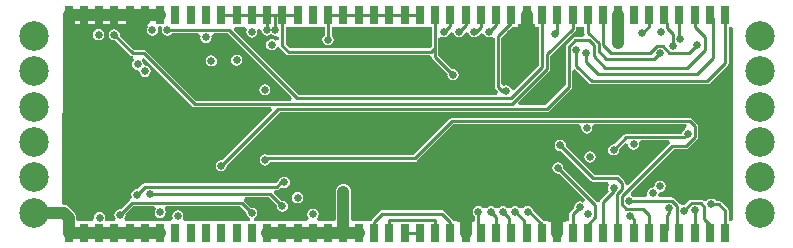
<source format=gbl>
G04*
G04 #@! TF.GenerationSoftware,Altium Limited,Altium Designer,20.0.2 (26)*
G04*
G04 Layer_Physical_Order=4*
G04 Layer_Color=16711680*
%FSLAX25Y25*%
%MOIN*%
G70*
G01*
G75*
%ADD10C,0.03937*%
%ADD12C,0.01000*%
%ADD15R,0.03150X0.06299*%
%ADD16C,0.09843*%
%ADD17C,0.02500*%
G36*
X193072Y72439D02*
X193072Y72439D01*
X193157Y72010D01*
X193188Y71964D01*
X192759Y70964D01*
X190033D01*
X190033Y70964D01*
X189603Y70879D01*
X189240Y70636D01*
X189240Y70636D01*
X187120Y68516D01*
X186877Y68152D01*
X186792Y67723D01*
X186792Y67723D01*
Y54938D01*
X180024Y48170D01*
X171165D01*
X170782Y49093D01*
X181314Y59625D01*
X181315Y59625D01*
X181558Y59989D01*
X181643Y60418D01*
X181643Y60418D01*
Y64702D01*
X189896Y72955D01*
X189896Y72955D01*
X190139Y73319D01*
X190224Y73748D01*
Y74479D01*
X191278D01*
Y74479D01*
X192019D01*
Y74479D01*
X193072D01*
Y72439D01*
D02*
G37*
G36*
X142165Y67811D02*
X141524Y67170D01*
X94953D01*
X93502Y68620D01*
Y74479D01*
X94555D01*
Y74479D01*
X95296D01*
Y74479D01*
X99646D01*
Y74479D01*
X100387D01*
Y74479D01*
X104737D01*
Y74479D01*
X105478D01*
Y74479D01*
X106531D01*
Y71624D01*
X106319Y71482D01*
X105910Y70870D01*
X105766Y70148D01*
X105910Y69426D01*
X106319Y68814D01*
X106931Y68405D01*
X107652Y68262D01*
X108374Y68405D01*
X108986Y68814D01*
X109395Y69426D01*
X109539Y70148D01*
X109395Y70870D01*
X108986Y71482D01*
X108774Y71624D01*
Y74479D01*
X109827D01*
Y74479D01*
X110568D01*
Y74479D01*
X114918D01*
Y74479D01*
X115659D01*
Y74479D01*
X120009D01*
Y74479D01*
X120750D01*
Y74479D01*
X125099D01*
Y74479D01*
X125840D01*
Y74479D01*
X130190D01*
Y74479D01*
X130931D01*
Y74479D01*
X135280D01*
Y74479D01*
X136022D01*
Y74479D01*
X140371D01*
Y74479D01*
X141112D01*
Y74479D01*
X142165D01*
Y67811D01*
D02*
G37*
G36*
X176747Y74479D02*
X177800D01*
Y61546D01*
X169621Y53367D01*
X168536Y53696D01*
X168531Y53720D01*
X168122Y54332D01*
X167510Y54741D01*
X166788Y54884D01*
X166363Y54800D01*
X165586Y55300D01*
X165410Y55505D01*
Y70832D01*
X169057Y74479D01*
X170915D01*
Y75177D01*
X176747D01*
Y74479D01*
D02*
G37*
G36*
X79283Y74479D02*
X80024D01*
X80529Y73479D01*
X80457Y73370D01*
X80313Y72648D01*
X80457Y71926D01*
X80865Y71314D01*
X81477Y70905D01*
X82199Y70762D01*
X82921Y70905D01*
X83533Y71314D01*
X83942Y71926D01*
X84085Y72648D01*
X83982Y73170D01*
X84443Y73860D01*
X84654Y74066D01*
X84708Y74061D01*
X85404Y73348D01*
X85547Y72626D01*
X85956Y72014D01*
X86568Y71605D01*
X87290Y71462D01*
X88012Y71605D01*
X88589Y71991D01*
X89166Y71605D01*
X89888Y71462D01*
X90259Y71536D01*
X91100Y71024D01*
X91226Y70875D01*
X91110Y70096D01*
X90334Y69838D01*
X90152Y69790D01*
X89552Y70191D01*
X88831Y70334D01*
X88109Y70191D01*
X87497Y69782D01*
X87088Y69170D01*
X86944Y68448D01*
X87088Y67726D01*
X87497Y67114D01*
X88109Y66705D01*
X88831Y66562D01*
X89552Y66705D01*
X90164Y67114D01*
X90403Y67472D01*
X90615Y67529D01*
X91302Y67529D01*
X91514Y67472D01*
X91588Y67363D01*
X93695Y65255D01*
X93695Y65255D01*
X94059Y65012D01*
X94488Y64926D01*
X94488Y64926D01*
X141374D01*
X142118Y64477D01*
X142251Y64019D01*
X142494Y63655D01*
X147452Y58697D01*
X147402Y58447D01*
X147546Y57725D01*
X147954Y57113D01*
X148566Y56704D01*
X149288Y56561D01*
X150010Y56704D01*
X150622Y57113D01*
X151031Y57725D01*
X151174Y58447D01*
X151031Y59169D01*
X150622Y59781D01*
X150010Y60189D01*
X149288Y60333D01*
X149038Y60283D01*
X144409Y64913D01*
Y67347D01*
X144409Y67347D01*
X144409Y67347D01*
Y70644D01*
X145408Y71144D01*
X145617Y71005D01*
X146339Y70862D01*
X147060Y71005D01*
X147672Y71414D01*
X148081Y72026D01*
X148170Y72474D01*
X148513Y72712D01*
X149431Y72347D01*
X149574Y72186D01*
X149606Y72026D01*
X150014Y71414D01*
X150626Y71005D01*
X151348Y70862D01*
X152070Y71005D01*
X152682Y71414D01*
X153091Y72026D01*
X153180Y72474D01*
X153523Y72712D01*
X154441Y72347D01*
X154584Y72186D01*
X154615Y72026D01*
X155024Y71414D01*
X155636Y71005D01*
X156358Y70862D01*
X157080Y71005D01*
X157692Y71414D01*
X158101Y72026D01*
X158601Y72293D01*
X159625Y72026D01*
X160034Y71414D01*
X160646Y71005D01*
X161368Y70862D01*
X162089Y71005D01*
X162167Y71057D01*
X163167Y70522D01*
Y54448D01*
X163167Y54448D01*
X163252Y54019D01*
X163495Y53655D01*
X164381Y52770D01*
X163966Y51770D01*
X97853D01*
X76143Y73479D01*
X76558Y74479D01*
X79283D01*
Y74479D01*
D02*
G37*
G36*
X47484Y74177D02*
X47346Y73970D01*
X47202Y73248D01*
X47346Y72526D01*
X47754Y71914D01*
X48366Y71505D01*
X49088Y71362D01*
X49810Y71505D01*
X50422Y71914D01*
X50831Y72526D01*
X50974Y73248D01*
X50857Y73836D01*
X51247Y74514D01*
X51451Y74781D01*
X51661Y74783D01*
X51819Y74617D01*
X52306Y73874D01*
X52202Y73348D01*
X52346Y72626D01*
X52754Y72014D01*
X53366Y71605D01*
X54088Y71462D01*
X54810Y71605D01*
X55422Y72014D01*
X55564Y72227D01*
X64400D01*
X64581Y72082D01*
X65110Y71227D01*
X65041Y70879D01*
X65185Y70157D01*
X65594Y69545D01*
X66206Y69136D01*
X66927Y68993D01*
X67649Y69136D01*
X68261Y69545D01*
X68670Y70157D01*
X68814Y70879D01*
X68744Y71227D01*
X69274Y72082D01*
X69455Y72227D01*
X74224D01*
X95656Y50794D01*
X95242Y49794D01*
X63646D01*
X46992Y66448D01*
X46628Y66692D01*
X46199Y66777D01*
X46198Y66777D01*
X42941D01*
X38220Y71498D01*
X38270Y71748D01*
X38126Y72470D01*
X37717Y73082D01*
X37105Y73491D01*
X36384Y73634D01*
X35662Y73491D01*
X35050Y73082D01*
X34641Y72470D01*
X34497Y71748D01*
X34641Y71026D01*
X35050Y70414D01*
X35662Y70005D01*
X36384Y69862D01*
X36634Y69912D01*
X41683Y64862D01*
X41683Y64862D01*
X42047Y64619D01*
X42476Y64534D01*
X42730Y64353D01*
X42840Y63223D01*
X42431Y62612D01*
X42287Y61890D01*
X42431Y61168D01*
X42840Y60556D01*
X43451Y60147D01*
X44173Y60004D01*
X44772Y59103D01*
X44822Y58850D01*
X45231Y58238D01*
X45843Y57829D01*
X46565Y57685D01*
X47287Y57829D01*
X47899Y58238D01*
X48307Y58850D01*
X48451Y59571D01*
X48307Y60293D01*
X47899Y60905D01*
X47287Y61314D01*
X46565Y61458D01*
X45966Y62358D01*
X45916Y62612D01*
X45671Y62978D01*
X45780Y63949D01*
X45933Y64141D01*
X46130Y64138D01*
X62388Y47879D01*
X62388Y47879D01*
X62752Y47636D01*
X63182Y47551D01*
X63182Y47551D01*
X88598D01*
X88981Y46627D01*
X72268Y29914D01*
X72018Y29964D01*
X71296Y29820D01*
X70684Y29412D01*
X70275Y28800D01*
X70132Y28078D01*
X70275Y27356D01*
X70684Y26744D01*
X71296Y26335D01*
X72018Y26192D01*
X72740Y26335D01*
X73352Y26744D01*
X73761Y27356D01*
X73904Y28078D01*
X73854Y28328D01*
X91453Y45926D01*
X180488D01*
X180488Y45926D01*
X180917Y46012D01*
X181281Y46255D01*
X188706Y53680D01*
X188706Y53680D01*
X188950Y54044D01*
X189035Y54473D01*
X189035Y54473D01*
Y59801D01*
X190035Y60215D01*
X194695Y55555D01*
X195059Y55312D01*
X195488Y55226D01*
X195488Y55226D01*
X234078D01*
X234078Y55226D01*
X234507Y55312D01*
X234871Y55555D01*
X240802Y61486D01*
X240802Y61486D01*
X241045Y61850D01*
X241131Y62279D01*
Y74479D01*
X242184D01*
X242559Y73634D01*
Y10382D01*
X242184Y9537D01*
X241131D01*
Y13076D01*
X241131Y13076D01*
X241045Y13505D01*
X240802Y13869D01*
X240802Y13869D01*
X238625Y16046D01*
X238261Y16289D01*
X237832Y16375D01*
X237832Y16375D01*
X236909D01*
X236767Y16587D01*
X236155Y16996D01*
X235433Y17140D01*
X234711Y16996D01*
X234099Y16587D01*
X234017Y16464D01*
X232805Y16261D01*
X232565Y16502D01*
X232201Y16745D01*
X231772Y16830D01*
X231772Y16830D01*
X228825D01*
X228396Y16745D01*
X228032Y16502D01*
X228032Y16502D01*
X226527Y14997D01*
X226338Y15034D01*
X225616Y14891D01*
X224769Y15298D01*
X222896Y17171D01*
X222532Y17414D01*
X222103Y17500D01*
X222103Y17500D01*
X218425D01*
X218241Y17650D01*
X217735Y18475D01*
X218268Y19334D01*
X218990Y19478D01*
X219601Y19887D01*
X220010Y20499D01*
X220154Y21220D01*
X220010Y21942D01*
X219601Y22554D01*
X218990Y22963D01*
X218268Y23107D01*
X217546Y22963D01*
X216934Y22554D01*
X216525Y21942D01*
X216467Y21652D01*
X215904Y20744D01*
X215183Y20600D01*
X214571Y20191D01*
X214162Y19580D01*
X214018Y18858D01*
X214089Y18499D01*
X213568Y17650D01*
X213384Y17500D01*
X209428D01*
X209286Y17712D01*
X208738Y18078D01*
X208665Y18163D01*
X208434Y19188D01*
X222869Y33623D01*
X226808D01*
X226808Y33623D01*
X227237Y33708D01*
X227601Y33951D01*
X230631Y36981D01*
X230631Y36982D01*
X230874Y37345D01*
X230960Y37775D01*
Y41264D01*
X230960Y41264D01*
X230874Y41693D01*
X230631Y42057D01*
X230631Y42057D01*
X228916Y43773D01*
X228552Y44016D01*
X228122Y44102D01*
X228122Y44102D01*
X148920D01*
X148920Y44102D01*
X148491Y44016D01*
X148127Y43773D01*
X148127Y43773D01*
X135975Y31621D01*
X87514D01*
X87410Y31691D01*
X86688Y31834D01*
X85966Y31691D01*
X85354Y31282D01*
X84945Y30670D01*
X84802Y29948D01*
X84945Y29226D01*
X85354Y28614D01*
X85966Y28205D01*
X86688Y28062D01*
X87410Y28205D01*
X88022Y28614D01*
X88431Y29226D01*
X88461Y29378D01*
X136440D01*
X136440Y29378D01*
X136869Y29463D01*
X137233Y29706D01*
X149385Y41858D01*
X191343D01*
X192017Y40858D01*
X191972Y40630D01*
X192116Y39908D01*
X192525Y39296D01*
X193136Y38887D01*
X193858Y38744D01*
X194580Y38887D01*
X195192Y39296D01*
X195601Y39908D01*
X195745Y40630D01*
X195699Y40858D01*
X196374Y41858D01*
X226985D01*
X227152Y41587D01*
X226766Y40491D01*
X226154Y40082D01*
X225746Y39470D01*
X225602Y38748D01*
X225598Y38743D01*
X207031D01*
X207031Y38743D01*
X206601Y38657D01*
X206237Y38414D01*
X206237Y38414D01*
X203051Y35228D01*
X202801Y35277D01*
X202079Y35134D01*
X201467Y34725D01*
X201058Y34113D01*
X200914Y33391D01*
X201058Y32669D01*
X201467Y32057D01*
X202079Y31648D01*
X202801Y31505D01*
X203522Y31648D01*
X204134Y32057D01*
X204543Y32669D01*
X204687Y33391D01*
X204637Y33641D01*
X206632Y35636D01*
X207276Y35388D01*
X207596Y35186D01*
X207722Y34549D01*
X208131Y33937D01*
X208743Y33528D01*
X209465Y33385D01*
X210187Y33528D01*
X210799Y33937D01*
X211208Y34549D01*
X211351Y35271D01*
X211306Y35500D01*
X211981Y36500D01*
X221251D01*
X221565Y35662D01*
X221574Y35500D01*
X207636Y21562D01*
X206712Y21945D01*
Y22283D01*
X206712Y22284D01*
X206627Y22713D01*
X206384Y23076D01*
X206384Y23076D01*
X204769Y24691D01*
X204406Y24934D01*
X203976Y25019D01*
X203976Y25019D01*
X196490D01*
X186911Y34598D01*
X186961Y34848D01*
X186817Y35570D01*
X186408Y36182D01*
X185796Y36591D01*
X185075Y36734D01*
X184353Y36591D01*
X183741Y36182D01*
X183332Y35570D01*
X183188Y34848D01*
X183332Y34126D01*
X183741Y33514D01*
X184353Y33105D01*
X185075Y32962D01*
X185325Y33012D01*
X195232Y23105D01*
X195596Y22862D01*
X196025Y22776D01*
X196025Y22776D01*
X200834D01*
X200910Y22691D01*
X201277Y21776D01*
X201058Y21448D01*
X200914Y20726D01*
X201058Y20005D01*
X201256Y19708D01*
X198491Y16942D01*
X198248Y16578D01*
X198194Y16309D01*
X197922Y16119D01*
X197860Y16092D01*
X197162Y15960D01*
X186025Y27098D01*
X186074Y27348D01*
X185931Y28070D01*
X185522Y28682D01*
X184910Y29091D01*
X184188Y29234D01*
X183466Y29091D01*
X182854Y28682D01*
X182446Y28070D01*
X182302Y27348D01*
X182446Y26626D01*
X182854Y26014D01*
X183466Y25605D01*
X184188Y25462D01*
X184439Y25512D01*
X193355Y16595D01*
X192717Y15819D01*
X192310Y16091D01*
X191588Y16234D01*
X190866Y16091D01*
X190254Y15682D01*
X189846Y15070D01*
X189702Y14348D01*
X189752Y14098D01*
X188310Y12656D01*
X188067Y12292D01*
X187981Y11863D01*
X187981Y11863D01*
Y9537D01*
X186928D01*
Y9331D01*
X181096D01*
Y9537D01*
X179535D01*
X175956Y13116D01*
X175876Y13517D01*
X175468Y14129D01*
X174856Y14538D01*
X174134Y14682D01*
X173412Y14538D01*
X172800Y14129D01*
X172649Y13903D01*
X171526D01*
X171375Y14129D01*
X170763Y14538D01*
X170041Y14682D01*
X169320Y14538D01*
X168708Y14129D01*
X168557Y13903D01*
X167434D01*
X167283Y14129D01*
X166671Y14538D01*
X165949Y14682D01*
X165227Y14538D01*
X164615Y14129D01*
X164464Y13903D01*
X163341D01*
X163190Y14129D01*
X162578Y14538D01*
X161857Y14682D01*
X161135Y14538D01*
X160523Y14129D01*
X160372Y13903D01*
X159249D01*
X159098Y14129D01*
X158486Y14538D01*
X157764Y14682D01*
X157042Y14538D01*
X156430Y14129D01*
X156021Y13517D01*
X155878Y12795D01*
X156021Y12073D01*
X156430Y11462D01*
X156643Y11320D01*
Y9537D01*
X156384D01*
Y9331D01*
X150552D01*
Y9537D01*
X149460D01*
X149414Y9768D01*
X149171Y10132D01*
X149171Y10132D01*
X146344Y12958D01*
X145980Y13202D01*
X145551Y13287D01*
X145551Y13287D01*
X125748D01*
X125748Y13287D01*
X125319Y13202D01*
X124955Y12958D01*
X122131Y10135D01*
X121888Y9771D01*
X121842Y9537D01*
X120750D01*
Y9537D01*
X120009D01*
Y9537D01*
X115659D01*
X115334Y10402D01*
Y19448D01*
X115246Y20119D01*
X114987Y20743D01*
X114575Y21280D01*
X114039Y21692D01*
X113414Y21950D01*
X112743Y22039D01*
X112073Y21950D01*
X111448Y21692D01*
X110911Y21280D01*
X110500Y20743D01*
X110241Y20119D01*
X110152Y19448D01*
Y10402D01*
X109827Y9537D01*
X105478D01*
Y9537D01*
X104737D01*
X104007Y10191D01*
X103937Y10393D01*
X103911Y10537D01*
X104304Y11126D01*
X104448Y11848D01*
X104304Y12570D01*
X103896Y13182D01*
X103284Y13591D01*
X102562Y13734D01*
X101840Y13591D01*
X101228Y13182D01*
X100819Y12570D01*
X100675Y11848D01*
X100819Y11126D01*
X101213Y10537D01*
X101186Y10393D01*
X101116Y10191D01*
X100387Y9537D01*
X99646D01*
Y9537D01*
X95296D01*
Y9537D01*
X94555D01*
Y9537D01*
X90206D01*
Y9537D01*
X89465D01*
Y9537D01*
X85115D01*
Y9537D01*
X84374D01*
Y9537D01*
X82927D01*
X82829Y10537D01*
X82921Y10555D01*
X83533Y10964D01*
X83942Y11576D01*
X84085Y12298D01*
X83942Y13020D01*
X83533Y13632D01*
X82921Y14041D01*
X82199Y14184D01*
X81949Y14134D01*
X79642Y16441D01*
X79938Y17446D01*
X80066Y17618D01*
X87832D01*
X90552Y14898D01*
X90502Y14648D01*
X90645Y13926D01*
X91054Y13314D01*
X91666Y12905D01*
X92388Y12762D01*
X93110Y12905D01*
X93722Y13314D01*
X94131Y13926D01*
X94274Y14648D01*
X94131Y15370D01*
X93722Y15982D01*
X93110Y16391D01*
X92388Y16534D01*
X92138Y16485D01*
X89619Y19003D01*
X90034Y20003D01*
X90615D01*
X90615Y20003D01*
X91044Y20088D01*
X91408Y20332D01*
X92049Y20972D01*
X92346Y20774D01*
X93068Y20630D01*
X93789Y20774D01*
X94402Y21183D01*
X94810Y21795D01*
X94954Y22516D01*
X94810Y23238D01*
X94402Y23850D01*
X93789Y24259D01*
X93068Y24403D01*
X92346Y24259D01*
X91734Y23850D01*
X91351Y23278D01*
X91291Y23266D01*
X90927Y23023D01*
X90927Y23023D01*
X90150Y22246D01*
X46518D01*
X46518Y22246D01*
X46089Y22161D01*
X45725Y21918D01*
X45725Y21918D01*
X44109Y20301D01*
X43858Y20351D01*
X43136Y20207D01*
X42524Y19798D01*
X42116Y19186D01*
X41972Y18465D01*
X42112Y17760D01*
X42116Y17738D01*
X42117Y17665D01*
X41719Y16713D01*
X41647Y16644D01*
X41343Y16441D01*
X41343Y16441D01*
X38489Y13587D01*
X38238Y13636D01*
X37516Y13493D01*
X36904Y13084D01*
X36496Y12472D01*
X36352Y11750D01*
X36496Y11028D01*
X36824Y10537D01*
X36686Y10019D01*
X36420Y9537D01*
X34209D01*
Y9537D01*
X33690D01*
X33589Y9644D01*
X33386Y9955D01*
X33272Y10537D01*
X33324Y10798D01*
X33181Y11520D01*
X32772Y12132D01*
X32160Y12541D01*
X31438Y12684D01*
X30716Y12541D01*
X30104Y12132D01*
X29695Y11520D01*
X29552Y10798D01*
X29604Y10537D01*
X29118Y9537D01*
X28377D01*
Y9537D01*
X24027D01*
X23702Y10402D01*
Y10759D01*
X23614Y11429D01*
X23355Y12054D01*
X22943Y12591D01*
X21320Y14214D01*
X20784Y14626D01*
X20159Y14884D01*
X19488Y14973D01*
X18983Y15482D01*
X19429Y75177D01*
X46982D01*
X47484Y74177D01*
D02*
G37*
G36*
X80363Y12548D02*
X80313Y12298D01*
X80457Y11576D01*
X80865Y10964D01*
X81477Y10555D01*
X81570Y10537D01*
X81471Y9537D01*
X80024D01*
Y9537D01*
X79283D01*
Y9537D01*
X74934D01*
Y9537D01*
X74193D01*
Y9537D01*
X69843D01*
Y9537D01*
X69102D01*
Y9537D01*
X64753D01*
Y9537D01*
X64012D01*
Y9537D01*
X59790D01*
X59163Y10233D01*
X59140Y10283D01*
X59183Y10429D01*
X59282Y10577D01*
X59426Y11299D01*
X59282Y12021D01*
X58873Y12633D01*
X58261Y13042D01*
X57539Y13185D01*
X56818Y13042D01*
X56206Y12633D01*
X55797Y12021D01*
X55653Y11299D01*
X55797Y10577D01*
X55292Y9781D01*
X54571Y9537D01*
X53830D01*
Y9537D01*
X49481D01*
Y9537D01*
X48740D01*
Y9537D01*
X44390D01*
Y9537D01*
X43649D01*
Y9537D01*
X40056D01*
X39791Y10019D01*
X39653Y10537D01*
X39981Y11028D01*
X40124Y11750D01*
X40075Y12000D01*
X42601Y14526D01*
X49661D01*
X49674Y14513D01*
X50104Y13526D01*
X49913Y13240D01*
X49769Y12518D01*
X49913Y11796D01*
X50322Y11184D01*
X50934Y10775D01*
X51655Y10632D01*
X52377Y10775D01*
X52989Y11184D01*
X53398Y11796D01*
X53542Y12518D01*
X53398Y13240D01*
X53206Y13526D01*
X53636Y14513D01*
X53649Y14526D01*
X78385D01*
X80363Y12548D01*
D02*
G37*
%LPC*%
G36*
X31142Y73697D02*
X30420Y73554D01*
X29808Y73145D01*
X29399Y72533D01*
X29256Y71811D01*
X29399Y71089D01*
X29808Y70477D01*
X30420Y70068D01*
X31142Y69925D01*
X31864Y70068D01*
X32476Y70477D01*
X32884Y71089D01*
X33028Y71811D01*
X32884Y72533D01*
X32476Y73145D01*
X31864Y73554D01*
X31142Y73697D01*
D02*
G37*
G36*
X77109Y65134D02*
X76387Y64991D01*
X75775Y64582D01*
X75366Y63970D01*
X75222Y63248D01*
X75366Y62526D01*
X75775Y61914D01*
X76387Y61505D01*
X77109Y61362D01*
X77830Y61505D01*
X78442Y61914D01*
X78851Y62526D01*
X78995Y63248D01*
X78851Y63970D01*
X78442Y64582D01*
X77830Y64991D01*
X77109Y65134D01*
D02*
G37*
G36*
X68740Y64957D02*
X68018Y64814D01*
X67406Y64405D01*
X66997Y63793D01*
X66854Y63071D01*
X66997Y62349D01*
X67406Y61737D01*
X68018Y61328D01*
X68740Y61185D01*
X69462Y61328D01*
X70074Y61737D01*
X70483Y62349D01*
X70626Y63071D01*
X70483Y63793D01*
X70074Y64405D01*
X69462Y64814D01*
X68740Y64957D01*
D02*
G37*
G36*
X86538Y55284D02*
X85816Y55141D01*
X85204Y54732D01*
X84795Y54120D01*
X84652Y53398D01*
X84795Y52676D01*
X85204Y52064D01*
X85816Y51655D01*
X86538Y51512D01*
X87260Y51655D01*
X87872Y52064D01*
X88281Y52676D01*
X88424Y53398D01*
X88281Y54120D01*
X87872Y54732D01*
X87260Y55141D01*
X86538Y55284D01*
D02*
G37*
G36*
X194909Y32843D02*
X194187Y32700D01*
X193575Y32291D01*
X193166Y31679D01*
X193023Y30957D01*
X193166Y30235D01*
X193575Y29623D01*
X194187Y29214D01*
X194909Y29071D01*
X195631Y29214D01*
X196243Y29623D01*
X196652Y30235D01*
X196795Y30957D01*
X196652Y31679D01*
X196243Y32291D01*
X195631Y32700D01*
X194909Y32843D01*
D02*
G37*
G36*
X97471Y19334D02*
X96749Y19191D01*
X96137Y18782D01*
X95728Y18170D01*
X95585Y17448D01*
X95728Y16726D01*
X96137Y16114D01*
X96749Y15705D01*
X97471Y15562D01*
X98193Y15705D01*
X98805Y16114D01*
X99214Y16726D01*
X99357Y17448D01*
X99214Y18170D01*
X98805Y18782D01*
X98193Y19191D01*
X97471Y19334D01*
D02*
G37*
%LPD*%
D10*
X91486Y26335D02*
X151972D01*
X178248Y17205D02*
X178921Y16531D01*
X161102Y17205D02*
X178248D01*
X153468Y24839D02*
X161102Y17205D01*
X184012Y5787D02*
Y11441D01*
X178921Y16531D02*
X184012Y11441D01*
X151972Y26335D02*
X153468Y24839D01*
X27362Y53425D02*
Y61997D01*
X21112Y68248D02*
X27362Y61997D01*
X89344Y24193D02*
X91486Y26335D01*
X49153Y24193D02*
X89344D01*
X112743Y5787D02*
Y19448D01*
X204375Y68848D02*
Y78228D01*
X21112Y68248D02*
Y78228D01*
X153468Y5787D02*
Y24839D01*
X41474Y78228D02*
X46565D01*
X52174Y65748D02*
X61837D01*
X49185Y68737D02*
X52174Y65748D01*
X46988Y68737D02*
X49185D01*
X45096Y70629D02*
X46988Y68737D01*
X45096Y70629D02*
Y75579D01*
X46565Y77047D01*
Y78228D01*
X168988Y71648D02*
X172231D01*
X173831Y73248D01*
Y78228D01*
X9488Y12382D02*
X19488D01*
X21112Y10759D01*
Y5787D02*
Y10759D01*
X112743Y5787D02*
X117834D01*
X107652D02*
X112743D01*
X102562D02*
X107652D01*
X87290D02*
X92381D01*
X97471D02*
X102562D01*
X92381D02*
X97471D01*
X21112Y78228D02*
X26202D01*
X31293D01*
X36384D01*
X41474D01*
X46565D02*
X51655D01*
X36384Y5787D02*
X41474D01*
X46565D01*
X51655D01*
X31293D02*
X36384D01*
X21112D02*
X26202D01*
X31293D01*
D12*
X221260Y12402D02*
Y13898D01*
X220630Y11772D02*
X221260Y12402D01*
X220630Y6771D02*
Y11772D01*
X207031Y37621D02*
X226361D01*
X202801Y33391D02*
X207031Y37621D01*
X78849Y15648D02*
X82199Y12298D01*
X42136Y15648D02*
X78849D01*
X38238Y11750D02*
X42136Y15648D01*
X48306Y18740D02*
X88297D01*
X43858Y18465D02*
X46518Y21125D01*
X43858Y18465D02*
Y19016D01*
Y17666D02*
Y18465D01*
X193768Y8150D02*
X194193D01*
X240009Y5787D02*
Y13076D01*
X237832Y15253D02*
X240009Y13076D01*
X233083Y10311D02*
X234918Y8476D01*
X233083Y10311D02*
Y14397D01*
X231772Y15709D02*
X233083Y14397D01*
X235433Y15253D02*
X237832D01*
X219647Y5787D02*
X220630Y6771D01*
X223976Y7362D02*
Y14504D01*
X207953Y16378D02*
X222103D01*
X223976Y14504D01*
Y7362D02*
X224737Y6601D01*
Y5787D02*
Y6601D01*
X214556Y5787D02*
Y11743D01*
X212551Y13748D02*
X214556Y11743D01*
X207023Y13748D02*
X212551D01*
X205602Y15169D02*
Y17941D01*
Y15169D02*
X207023Y13748D01*
X226361Y37621D02*
X227488Y38748D01*
X229838Y37775D02*
Y41264D01*
X228122Y42980D02*
X229838Y41264D01*
X148920Y42980D02*
X228122D01*
X222405Y34744D02*
X226808D01*
X229838Y37775D01*
X205602Y17941D02*
X222405Y34744D01*
X136440Y30500D02*
X148920Y42980D01*
X193768Y8150D02*
X196588Y10969D01*
X194193Y5787D02*
Y8150D01*
X196588Y10969D02*
Y14948D01*
X228825Y15709D02*
X231772D01*
X226338Y13221D02*
X228825Y15709D01*
X226338Y13148D02*
Y13221D01*
X234918Y5787D02*
Y8476D01*
X202801Y19666D02*
Y20726D01*
X199284Y16149D02*
X202801Y19666D01*
X199284Y5787D02*
Y16149D01*
X145551Y12165D02*
X148378Y9339D01*
X125748Y12165D02*
X145551D01*
X122924Y9342D02*
X125748Y12165D01*
X148378Y5787D02*
Y9339D01*
X122924Y5787D02*
Y9342D01*
X87240Y30500D02*
X136440D01*
X212323Y72213D02*
X214556Y74446D01*
X227388Y60709D02*
X233228Y66549D01*
X200039Y60709D02*
X227388D01*
X196181Y64567D02*
X200039Y60709D01*
X235827Y63858D02*
Y77320D01*
X230472Y58504D02*
X235827Y63858D01*
X197756Y58504D02*
X230472D01*
X193542Y62718D02*
X197756Y58504D01*
X153468Y74868D02*
Y78228D01*
X151348Y72748D02*
X153468Y74868D01*
X156358Y72748D02*
X156938D01*
X146339D02*
X148378Y74787D01*
X161368Y72748D02*
X163650Y75030D01*
X156938Y72748D02*
X158559Y74369D01*
X172913Y7348D02*
X173831D01*
X170041Y12795D02*
X172913Y9923D01*
Y7348D02*
Y9923D01*
X161850Y12795D02*
X163650Y10996D01*
X174376Y13110D02*
X178921Y8565D01*
X157764Y6582D02*
Y12795D01*
Y6582D02*
X158559Y5787D01*
X165949Y12795D02*
X168032Y10713D01*
Y6496D02*
Y10713D01*
Y6496D02*
X168740Y5787D01*
X163650D02*
Y10996D01*
X148378Y74787D02*
Y78228D01*
X214556Y74446D02*
Y78228D01*
X212323Y72213D02*
Y72244D01*
X222715Y68110D02*
Y72007D01*
X222716Y72008D01*
X220717Y74007D02*
X222716Y72008D01*
X220717Y74007D02*
Y75578D01*
X202047Y65709D02*
X214984D01*
X199381Y68375D02*
X202047Y65709D01*
X214984D02*
X217216Y67940D01*
X224737Y70775D02*
Y78228D01*
Y70775D02*
X225079Y70433D01*
X219647Y76648D02*
X220717Y75578D01*
X227953Y65709D02*
X230709Y68465D01*
X230748D01*
X221394Y65709D02*
X227953D01*
X217216Y67940D02*
X219162D01*
X221394Y65709D01*
X199284Y69612D02*
Y78228D01*
Y69612D02*
X199381Y69515D01*
Y68375D02*
Y69515D01*
X233228Y66549D02*
Y71063D01*
X229828Y74463D02*
X233228Y71063D01*
X229828Y74463D02*
Y78228D01*
X234918D02*
X235827Y77320D01*
X216299Y63701D02*
X218189Y65591D01*
X200354Y63701D02*
X216299D01*
X194193Y72439D02*
X197781Y68852D01*
X194193Y72439D02*
Y78228D01*
X197781Y66274D02*
X200354Y63701D01*
X197781Y66274D02*
Y68852D01*
X196181Y64567D02*
Y68189D01*
X194528Y69842D02*
X196181Y68189D01*
X190033Y69842D02*
X194528D01*
X187913Y67723D02*
X190033Y69842D01*
X193542Y62718D02*
Y65747D01*
X190433Y61403D02*
X195488Y56348D01*
X190433Y61403D02*
Y66535D01*
X187913Y54473D02*
Y67723D01*
X180488Y47048D02*
X187913Y54473D01*
X168775Y48672D02*
X180521Y60418D01*
X63182Y48672D02*
X168775D01*
X189103Y73748D02*
Y78228D01*
X180521Y65167D02*
X189103Y73748D01*
X180521Y60418D02*
Y65167D01*
X205591Y20193D02*
Y22284D01*
X203976Y23898D02*
X205591Y22284D01*
X196025Y23898D02*
X203976D01*
X204002Y18604D02*
X205591Y20193D01*
X204002Y6160D02*
X204375Y5787D01*
X185075Y34848D02*
X196025Y23898D01*
X204002Y6160D02*
Y18604D01*
X184188Y27348D02*
X196588Y14948D01*
X178921Y61081D02*
Y78228D01*
X168488Y50648D02*
X178921Y61081D01*
X97388Y50648D02*
X168488D01*
X46518Y21125D02*
X90615D01*
X88297Y18740D02*
X92388Y14648D01*
X92781Y22230D02*
X93068Y22516D01*
X91720Y22230D02*
X92781D01*
X90615Y21125D02*
X91720Y22230D01*
X86688Y29948D02*
X87240Y30500D01*
X189103Y11863D02*
X191588Y14348D01*
X189103Y5787D02*
Y11863D01*
X208388Y11398D02*
X209465Y10321D01*
X174134Y13110D02*
X174376D01*
X143287Y64448D02*
Y67347D01*
X92381Y68156D02*
Y78228D01*
Y68156D02*
X94488Y66048D01*
X141988D01*
X143287Y67347D01*
Y78228D01*
X89888Y73348D02*
X89988Y78228D01*
X229828Y5787D02*
Y13308D01*
X229788Y13348D02*
X229828Y13308D01*
X74688Y73348D02*
X97388Y50648D01*
X54088Y73348D02*
X74688D01*
X195488Y56348D02*
X234078D01*
X240009Y62279D01*
Y78228D01*
X143287Y64448D02*
X149288Y58447D01*
X90988Y47048D02*
X180488D01*
X72018Y28078D02*
X90988Y47048D01*
X36384Y71748D02*
X42476Y65655D01*
X46199D01*
X63182Y48672D01*
X219647Y76648D02*
Y78228D01*
X209465Y5787D02*
Y10321D01*
X165738Y52998D02*
X166788D01*
X164288Y54448D02*
X165738Y52998D01*
X164288Y54448D02*
Y71296D01*
X168740Y75748D01*
Y78228D01*
X173831Y5787D02*
Y7348D01*
X89988Y78228D02*
X92381D01*
X87290D02*
X89988D01*
X184012Y72872D02*
Y78228D01*
X183288Y72148D02*
X184012Y72872D01*
X178921Y5787D02*
Y8565D01*
X143287Y5787D02*
Y9948D01*
X143187Y10048D02*
X143287Y9948D01*
X128115Y10048D02*
X143187D01*
X128015Y9948D02*
X128115Y10048D01*
X128015Y5787D02*
Y9948D01*
X158559Y74369D02*
Y78228D01*
X163650Y75030D02*
Y78228D01*
X107652Y70148D02*
Y78228D01*
X87290Y73348D02*
Y78228D01*
X92381D02*
X97471D01*
X82199D02*
X87290D01*
X77109D02*
X82199D01*
X72018D02*
X77109D01*
X133106D02*
X138196D01*
X128015D02*
X133106D01*
X107652D02*
X112743D01*
X122924D02*
X128015D01*
X112743D02*
X117834D01*
X122924D01*
X133106Y5787D02*
X138196D01*
D15*
X41474Y78228D02*
D03*
X51655D02*
D03*
X46565D02*
D03*
X31293D02*
D03*
X26202D02*
D03*
X36384D02*
D03*
X21112D02*
D03*
X56746D02*
D03*
X61837D02*
D03*
X72018D02*
D03*
X66927D02*
D03*
X97471D02*
D03*
X107652D02*
D03*
X102562D02*
D03*
X87290D02*
D03*
X82199D02*
D03*
X92381D02*
D03*
X77109D02*
D03*
X112743D02*
D03*
X117834D02*
D03*
X128015D02*
D03*
X122924D02*
D03*
X153468D02*
D03*
X163650D02*
D03*
X158559D02*
D03*
X143287D02*
D03*
X138196D02*
D03*
X148378D02*
D03*
X133106D02*
D03*
X168740D02*
D03*
X173831D02*
D03*
X184012D02*
D03*
X178921D02*
D03*
X41474Y5787D02*
D03*
X51655D02*
D03*
X46565D02*
D03*
X31293D02*
D03*
X26202D02*
D03*
X36384D02*
D03*
X21112D02*
D03*
X56746D02*
D03*
X61837D02*
D03*
X72018D02*
D03*
X66927D02*
D03*
X97471D02*
D03*
X107652D02*
D03*
X102562D02*
D03*
X87290D02*
D03*
X82199D02*
D03*
X92381D02*
D03*
X77109D02*
D03*
X112743D02*
D03*
X117834D02*
D03*
X128015D02*
D03*
X122924D02*
D03*
X153468D02*
D03*
X163650D02*
D03*
X158559D02*
D03*
X143287D02*
D03*
X138196D02*
D03*
X148378D02*
D03*
X133106D02*
D03*
X168740D02*
D03*
X173831D02*
D03*
X184012D02*
D03*
X178921D02*
D03*
X234918D02*
D03*
X240009D02*
D03*
X229828D02*
D03*
X224737D02*
D03*
X189103D02*
D03*
X204375D02*
D03*
X194193D02*
D03*
X199284D02*
D03*
X214556D02*
D03*
X219647D02*
D03*
X209465D02*
D03*
Y78228D02*
D03*
X219647D02*
D03*
X214556D02*
D03*
X199284D02*
D03*
X194193D02*
D03*
X204375D02*
D03*
X189103D02*
D03*
X224737D02*
D03*
X229828D02*
D03*
X240009D02*
D03*
X234918D02*
D03*
D16*
X9488Y12382D02*
D03*
Y24193D02*
D03*
Y36004D02*
D03*
Y47815D02*
D03*
Y59626D02*
D03*
Y71437D02*
D03*
X251535Y12382D02*
D03*
Y24193D02*
D03*
Y36004D02*
D03*
Y47815D02*
D03*
Y59626D02*
D03*
Y71437D02*
D03*
D17*
X202801Y33391D02*
D03*
X48306Y18740D02*
D03*
X43858Y18465D02*
D03*
X51655Y12518D02*
D03*
X57539Y11299D02*
D03*
X235433Y15253D02*
D03*
X221260Y13898D02*
D03*
X207953Y16378D02*
D03*
X215904Y18858D02*
D03*
X218268Y21220D02*
D03*
X193858Y40630D02*
D03*
X194909Y30957D02*
D03*
X68740Y63071D02*
D03*
X31142Y71811D02*
D03*
X165949Y12795D02*
D03*
X157764D02*
D03*
X161857D02*
D03*
X151348Y72748D02*
D03*
X146339D02*
D03*
X212323Y72244D02*
D03*
X218660Y72716D02*
D03*
X225079Y70433D02*
D03*
X222715Y68110D02*
D03*
X230748Y68465D02*
D03*
X218189Y65591D02*
D03*
X193542Y65747D02*
D03*
X190433Y66535D02*
D03*
X116087Y26334D02*
D03*
X202801Y20726D02*
D03*
X198961Y19410D02*
D03*
X184764Y58583D02*
D03*
X27362Y53425D02*
D03*
X93068Y22516D02*
D03*
X112743Y19448D02*
D03*
X97471Y17448D02*
D03*
X185075Y34848D02*
D03*
X209465Y35271D02*
D03*
X184188Y27348D02*
D03*
X191588Y14348D02*
D03*
X194193Y11898D02*
D03*
X208388Y11398D02*
D03*
X174134Y12795D02*
D03*
X170041D02*
D03*
X44173Y61890D02*
D03*
X204375Y68848D02*
D03*
X139588D02*
D03*
X168988Y71648D02*
D03*
X89888Y73348D02*
D03*
X49088Y73248D02*
D03*
X46565Y59571D02*
D03*
X102562Y11848D02*
D03*
X227488Y38748D02*
D03*
X226338Y13148D02*
D03*
X229788Y13348D02*
D03*
X54088Y73348D02*
D03*
X66927Y70879D02*
D03*
X86688Y29948D02*
D03*
X82199Y72648D02*
D03*
X86538Y53398D02*
D03*
X49153Y24193D02*
D03*
X149288Y58447D02*
D03*
X72018Y28078D02*
D03*
X36384Y71748D02*
D03*
X77109Y63248D02*
D03*
X82199Y12298D02*
D03*
X178921Y16531D02*
D03*
X38238Y11750D02*
D03*
X92388Y14648D02*
D03*
X31438Y10798D02*
D03*
X166788Y52998D02*
D03*
X61837Y65748D02*
D03*
X183288Y72148D02*
D03*
X88831Y68448D02*
D03*
X156358Y72748D02*
D03*
X161368D02*
D03*
X107652Y70148D02*
D03*
X87290Y73348D02*
D03*
M02*

</source>
